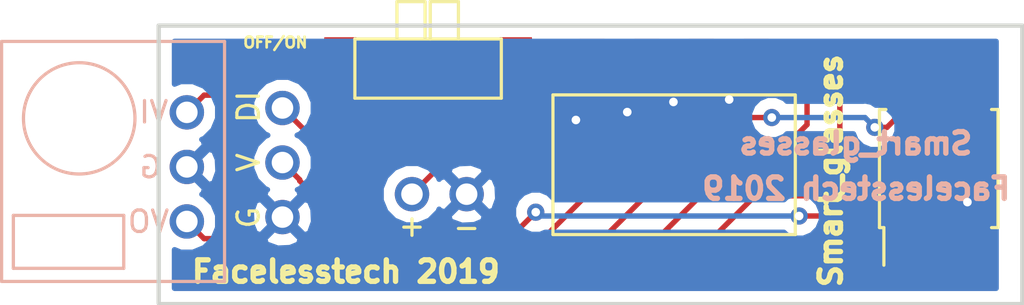
<source format=kicad_pcb>
(kicad_pcb (version 20171130) (host pcbnew 5.0.2+dfsg1-1~bpo9+1)

  (general
    (thickness 1.6)
    (drawings 9)
    (tracks 86)
    (zones 0)
    (modules 6)
    (nets 11)
  )

  (page A4)
  (layers
    (0 F.Cu signal)
    (31 B.Cu signal)
    (32 B.Adhes user)
    (33 F.Adhes user)
    (34 B.Paste user)
    (35 F.Paste user)
    (36 B.SilkS user)
    (37 F.SilkS user)
    (38 B.Mask user)
    (39 F.Mask user)
    (40 Dwgs.User user)
    (41 Cmts.User user)
    (42 Eco1.User user)
    (43 Eco2.User user)
    (44 Edge.Cuts user)
    (45 Margin user)
    (46 B.CrtYd user)
    (47 F.CrtYd user)
    (48 B.Fab user)
    (49 F.Fab user)
  )

  (setup
    (last_trace_width 0.25)
    (trace_clearance 0.2)
    (zone_clearance 0.508)
    (zone_45_only no)
    (trace_min 0.2)
    (segment_width 0.2)
    (edge_width 0.15)
    (via_size 0.8)
    (via_drill 0.4)
    (via_min_size 0.4)
    (via_min_drill 0.3)
    (uvia_size 0.3)
    (uvia_drill 0.1)
    (uvias_allowed no)
    (uvia_min_size 0.2)
    (uvia_min_drill 0.1)
    (pcb_text_width 0.3)
    (pcb_text_size 1.5 1.5)
    (mod_edge_width 0.15)
    (mod_text_size 1 1)
    (mod_text_width 0.15)
    (pad_size 1.524 1.524)
    (pad_drill 0.762)
    (pad_to_mask_clearance 0.051)
    (solder_mask_min_width 0.25)
    (aux_axis_origin 0 0)
    (visible_elements FFFFFF7F)
    (pcbplotparams
      (layerselection 0x010f0_ffffffff)
      (usegerberextensions false)
      (usegerberattributes false)
      (usegerberadvancedattributes false)
      (creategerberjobfile false)
      (excludeedgelayer true)
      (linewidth 0.100000)
      (plotframeref false)
      (viasonmask false)
      (mode 1)
      (useauxorigin false)
      (hpglpennumber 1)
      (hpglpenspeed 20)
      (hpglpendiameter 15.000000)
      (psnegative false)
      (psa4output false)
      (plotreference true)
      (plotvalue true)
      (plotinvisibletext false)
      (padsonsilk false)
      (subtractmaskfromsilk false)
      (outputformat 1)
      (mirror false)
      (drillshape 0)
      (scaleselection 1)
      (outputdirectory "gerbers/"))
  )

  (net 0 "")
  (net 1 "Net-(D1-Pad4)")
  (net 2 "Net-(D1-Pad1)")
  (net 3 "Net-(U1-Pad1)")
  (net 4 "Net-(U1-Pad2)")
  (net 5 "Net-(U1-Pad5)")
  (net 6 "Net-(U1-Pad6)")
  (net 7 "Net-(U1-Pad7)")
  (net 8 "Net-(SW1-Pad2)")
  (net 9 "Net-(D1-Pad3)")
  (net 10 "Net-(SW1-Pad1)")

  (net_class Default "This is the default net class."
    (clearance 0.2)
    (trace_width 0.25)
    (via_dia 0.8)
    (via_drill 0.4)
    (uvia_dia 0.3)
    (uvia_drill 0.1)
    (add_net "Net-(D1-Pad1)")
    (add_net "Net-(D1-Pad3)")
    (add_net "Net-(D1-Pad4)")
    (add_net "Net-(SW1-Pad1)")
    (add_net "Net-(SW1-Pad2)")
    (add_net "Net-(U1-Pad1)")
    (add_net "Net-(U1-Pad2)")
    (add_net "Net-(U1-Pad5)")
    (add_net "Net-(U1-Pad6)")
    (add_net "Net-(U1-Pad7)")
  )

  (module buttons_custom:4_pos_dip_smd (layer F.Cu) (tedit 5CB1EE63) (tstamp 5CBE7B33)
    (at 134.5946 78.2066)
    (path /5C851964)
    (fp_text reference U3 (at 0 1.1938) (layer F.SilkS) hide
      (effects (font (size 1 1) (thickness 0.15)))
    )
    (fp_text value 4_pos_dip_smd (at 0 -1.2192) (layer F.Fab) hide
      (effects (font (size 1 1) (thickness 0.15)))
    )
    (fp_line (start -5.6388 -3.2512) (end 5.6134 -3.2512) (layer F.SilkS) (width 0.15))
    (fp_line (start 5.6388 3.2512) (end -5.6388 3.2512) (layer F.SilkS) (width 0.15))
    (fp_line (start 5.6261 -3.2512) (end 5.6261 3.2512) (layer F.SilkS) (width 0.15))
    (fp_line (start -5.6388 -3.2512) (end -5.6388 3.2512) (layer F.SilkS) (width 0.15))
    (pad 1 smd rect (at -3.8227 -4.6101) (size 1.15 2.5) (layers F.Cu F.Paste F.Mask)
      (net 9 "Net-(D1-Pad3)"))
    (pad 2 smd rect (at -1.27 -4.6101) (size 1.15 2.5) (layers F.Cu F.Paste F.Mask)
      (net 9 "Net-(D1-Pad3)"))
    (pad 3 smd rect (at 1.26492 -4.6101) (size 1.15 2.5) (layers F.Cu F.Paste F.Mask)
      (net 9 "Net-(D1-Pad3)"))
    (pad 4 smd rect (at 3.80746 -4.6101) (size 1.15 2.5) (layers F.Cu F.Paste F.Mask)
      (net 9 "Net-(D1-Pad3)"))
    (pad 5 smd rect (at 3.80746 4.60756) (size 1.15 2.5) (layers F.Cu F.Paste F.Mask)
      (net 4 "Net-(U1-Pad2)"))
    (pad 6 smd rect (at 1.27 4.60756) (size 1.15 2.5) (layers F.Cu F.Paste F.Mask)
      (net 7 "Net-(U1-Pad7)"))
    (pad 7 smd rect (at -1.27 4.60756) (size 1.15 2.5) (layers F.Cu F.Paste F.Mask)
      (net 6 "Net-(U1-Pad6)"))
    (pad 8 smd rect (at -3.81 4.60756) (size 1.15 2.5) (layers F.Cu F.Paste F.Mask)
      (net 5 "Net-(U1-Pad5)"))
  )

  (module Package_SO:SOIJ-8_5.3x5.3mm_P1.27mm (layer F.Cu) (tedit 5CB1EE6E) (tstamp 5CBE7BFD)
    (at 146.8882 78.3844 90)
    (descr "8-Lead Plastic Small Outline (SM) - Medium, 5.28 mm Body [SOIC] (see Microchip Packaging Specification 00000049BS.pdf)")
    (tags "SOIC 1.27")
    (path /5C742839)
    (attr smd)
    (fp_text reference U1 (at 0 -3.68 90) (layer F.SilkS) hide
      (effects (font (size 1 1) (thickness 0.15)))
    )
    (fp_text value ATtiny85-20SU (at 0 3.68 90) (layer F.Fab) hide
      (effects (font (size 1 1) (thickness 0.15)))
    )
    (fp_text user %R (at 0 0 90) (layer F.Fab) hide
      (effects (font (size 1 1) (thickness 0.15)))
    )
    (fp_line (start -1.65 -2.65) (end 2.65 -2.65) (layer F.Fab) (width 0.15))
    (fp_line (start 2.65 -2.65) (end 2.65 2.65) (layer F.Fab) (width 0.15))
    (fp_line (start 2.65 2.65) (end -2.65 2.65) (layer F.Fab) (width 0.15))
    (fp_line (start -2.65 2.65) (end -2.65 -1.65) (layer F.Fab) (width 0.15))
    (fp_line (start -2.65 -1.65) (end -1.65 -2.65) (layer F.Fab) (width 0.15))
    (fp_line (start -4.75 -2.95) (end -4.75 2.95) (layer F.CrtYd) (width 0.05))
    (fp_line (start 4.75 -2.95) (end 4.75 2.95) (layer F.CrtYd) (width 0.05))
    (fp_line (start -4.75 -2.95) (end 4.75 -2.95) (layer F.CrtYd) (width 0.05))
    (fp_line (start -4.75 2.95) (end 4.75 2.95) (layer F.CrtYd) (width 0.05))
    (fp_line (start -2.75 -2.755) (end -2.75 -2.55) (layer F.SilkS) (width 0.15))
    (fp_line (start 2.75 -2.755) (end 2.75 -2.455) (layer F.SilkS) (width 0.15))
    (fp_line (start 2.75 2.755) (end 2.75 2.455) (layer F.SilkS) (width 0.15))
    (fp_line (start -2.75 2.755) (end -2.75 2.455) (layer F.SilkS) (width 0.15))
    (fp_line (start -2.75 -2.755) (end 2.75 -2.755) (layer F.SilkS) (width 0.15))
    (fp_line (start -2.75 2.755) (end 2.75 2.755) (layer F.SilkS) (width 0.15))
    (fp_line (start -2.75 -2.55) (end -4.5 -2.55) (layer F.SilkS) (width 0.15))
    (pad 1 smd rect (at -3.65 -1.905 90) (size 1.7 0.65) (layers F.Cu F.Paste F.Mask)
      (net 3 "Net-(U1-Pad1)"))
    (pad 2 smd rect (at -3.65 -0.635 90) (size 1.7 0.65) (layers F.Cu F.Paste F.Mask)
      (net 4 "Net-(U1-Pad2)"))
    (pad 3 smd rect (at -3.65 0.635 90) (size 1.7 0.65) (layers F.Cu F.Paste F.Mask)
      (net 1 "Net-(D1-Pad4)"))
    (pad 4 smd rect (at -3.65 1.905 90) (size 1.7 0.65) (layers F.Cu F.Paste F.Mask)
      (net 9 "Net-(D1-Pad3)"))
    (pad 5 smd rect (at 3.65 1.905 90) (size 1.7 0.65) (layers F.Cu F.Paste F.Mask)
      (net 5 "Net-(U1-Pad5)"))
    (pad 6 smd rect (at 3.65 0.635 90) (size 1.7 0.65) (layers F.Cu F.Paste F.Mask)
      (net 6 "Net-(U1-Pad6)"))
    (pad 7 smd rect (at 3.65 -0.635 90) (size 1.7 0.65) (layers F.Cu F.Paste F.Mask)
      (net 7 "Net-(U1-Pad7)"))
    (pad 8 smd rect (at 3.65 -1.905 90) (size 1.7 0.65) (layers F.Cu F.Paste F.Mask)
      (net 2 "Net-(D1-Pad1)"))
    (model ${KISYS3DMOD}/Package_SO.3dshapes/SOIJ-8_5.3x5.3mm_P1.27mm.wrl
      (at (xyz 0 0 0))
      (scale (xyz 1 1 1))
      (rotate (xyz 0 0 0))
    )
  )

  (module buttons_custom:tiny_smd_slide_switch_custom (layer F.Cu) (tedit 5CB1E580) (tstamp 5CBE6E81)
    (at 125.5014 75.1078 180)
    (path /5C7452BC)
    (fp_text reference SW1 (at 2.4003 -5.08 180) (layer F.SilkS) hide
      (effects (font (size 1 1) (thickness 0.15)))
    )
    (fp_text value SW_DIP_x01 (at 2.2352 -3.2639 180) (layer F.Fab) hide
      (effects (font (size 1 1) (thickness 0.15)))
    )
    (fp_line (start -1.0541 0) (end 5.7531 0) (layer F.SilkS) (width 0.15))
    (fp_line (start 5.7531 0) (end 5.7531 2.7559) (layer F.SilkS) (width 0.15))
    (fp_line (start -1.0541 0) (end -1.0541 2.7559) (layer F.SilkS) (width 0.15))
    (fp_line (start -1.0541 2.7559) (end 5.7531 2.7559) (layer F.SilkS) (width 0.15))
    (fp_line (start 2.4892 2.7686) (end 2.4892 4.4831) (layer F.SilkS) (width 0.15))
    (fp_line (start 2.4892 4.4958) (end 3.7973 4.4958) (layer F.SilkS) (width 0.15))
    (fp_line (start 3.7973 4.4958) (end 3.7973 2.7686) (layer F.SilkS) (width 0.15))
    (fp_line (start 2.2479 2.7559) (end 2.2479 4.4958) (layer F.SilkS) (width 0.15))
    (fp_line (start 2.2479 4.4958) (end 0.9398 4.4958) (layer F.SilkS) (width 0.15))
    (fp_line (start 0.9398 4.4958) (end 0.9398 2.7559) (layer F.SilkS) (width 0.15))
    (pad 1 smd rect (at 0 -1.0033 180) (size 0.8 2) (layers F.Cu F.Paste F.Mask)
      (net 10 "Net-(SW1-Pad1)"))
    (pad 3 smd rect (at 4.7117 -1.0033 180) (size 0.8 2) (layers F.Cu F.Paste F.Mask))
    (pad 2 smd rect (at 3.0099 -1.0033 180) (size 0.8 2) (layers F.Cu F.Paste F.Mask)
      (net 8 "Net-(SW1-Pad2)"))
    (pad 4 smd rect (at 6.4389 0.3302 270) (size 0.8 1.5) (layers F.Cu F.Paste F.Mask))
    (pad 4 smd rect (at 6.4262 2.4384 270) (size 0.8 1.5) (layers F.Cu F.Paste F.Mask))
    (pad 4 smd rect (at -1.7272 0.3175 270) (size 0.8 1.5) (layers F.Cu F.Paste F.Mask))
    (pad 4 smd rect (at -1.7272 2.4384 270) (size 0.8 1.5) (layers F.Cu F.Paste F.Mask))
  )

  (module battery_connector_custom:battery_connector_custom (layer F.Cu) (tedit 5CB1E4E5) (tstamp 5CCA3873)
    (at 123.6726 79.5782 180)
    (path /5CB227AF)
    (fp_text reference U4 (at 3.4925 0 270) (layer F.SilkS) hide
      (effects (font (size 1 1) (thickness 0.15)))
    )
    (fp_text value battery_custom (at -3.429 0 270) (layer F.Fab) hide
      (effects (font (size 1 1) (thickness 0.15)))
    )
    (fp_text user + (at 1.27 -1.4605 180) (layer F.SilkS)
      (effects (font (size 1 1) (thickness 0.15)))
    )
    (fp_text user - (at -1.27 -1.524 180) (layer F.SilkS)
      (effects (font (size 1 1) (thickness 0.15)))
    )
    (pad 1 thru_hole circle (at -1.27 0 180) (size 1.6 1.6) (drill 1) (layers *.Cu *.Mask)
      (net 9 "Net-(D1-Pad3)"))
    (pad 2 thru_hole circle (at 1.27 0 180) (size 1.6 1.6) (drill 1) (layers *.Cu *.Mask)
      (net 10 "Net-(SW1-Pad1)"))
  )

  (module power_bank_boards:Tiny_boost_custom (layer B.Cu) (tedit 5CB1EE7A) (tstamp 5CCA42B7)
    (at 108.5596 78.105 180)
    (path /5C74276D)
    (fp_text reference U2 (at 8.382 0 180) (layer B.SilkS) hide
      (effects (font (size 1 1) (thickness 0.15)) (justify mirror))
    )
    (fp_text value tiny_boost_custom (at -0.0254 7.2136 180) (layer B.Fab) hide
      (effects (font (size 1 1) (thickness 0.15)) (justify mirror))
    )
    (fp_line (start -5.1308 -5.5372) (end 5.2324 -5.5372) (layer B.SilkS) (width 0.15))
    (fp_line (start 5.2324 -5.5372) (end 5.2324 5.6388) (layer B.SilkS) (width 0.15))
    (fp_line (start 5.2324 5.6388) (end -5.1308 5.6388) (layer B.SilkS) (width 0.15))
    (fp_line (start -5.1308 5.6388) (end -5.1308 -5.5372) (layer B.SilkS) (width 0.15))
    (fp_circle (center 1.625103 2.0574) (end -0.965697 2.1082) (layer B.SilkS) (width 0.15))
    (fp_line (start -0.4445 -2.46126) (end 4.6863 -2.46126) (layer B.SilkS) (width 0.15))
    (fp_line (start 4.6863 -2.46126) (end 4.6863 -4.92506) (layer B.SilkS) (width 0.15))
    (fp_line (start 4.6863 -4.92506) (end -0.4445 -4.92506) (layer B.SilkS) (width 0.15))
    (fp_line (start -0.4445 -4.92506) (end -0.4445 -2.46126) (layer B.SilkS) (width 0.15))
    (fp_text user VI (at -1.83896 2.34188 180) (layer B.SilkS)
      (effects (font (size 1 1) (thickness 0.15)) (justify mirror))
    )
    (fp_text user VO (at -1.59512 -2.75336 180) (layer B.SilkS)
      (effects (font (size 1 1) (thickness 0.15)) (justify mirror))
    )
    (fp_text user G (at -1.69418 -0.21082 180) (layer B.SilkS)
      (effects (font (size 1 1) (thickness 0.15)) (justify mirror))
    )
    (pad 3 thru_hole circle (at -3.3782 -2.7432 180) (size 1.6 1.6) (drill 1) (layers *.Cu *.Mask)
      (net 2 "Net-(D1-Pad1)"))
    (pad 2 thru_hole circle (at -3.3782 -0.2032 180) (size 1.6 1.6) (drill 1) (layers *.Cu *.Mask)
      (net 9 "Net-(D1-Pad3)"))
    (pad 1 thru_hole circle (at -3.3782 2.3368 180) (size 1.6 1.6) (drill 1) (layers *.Cu *.Mask)
      (net 8 "Net-(SW1-Pad2)"))
  )

  (module LED_custom:ws2812_header_custom (layer F.Cu) (tedit 5CB1E8CA) (tstamp 5CCA4236)
    (at 116.3828 78.105 270)
    (path /5C7447A0)
    (fp_text reference D1 (at -0.00254 -2.19964 270) (layer F.SilkS) hide
      (effects (font (size 1 1) (thickness 0.15)))
    )
    (fp_text value WS2812B (at 0.00254 -4.36118 270) (layer F.Fab) hide
      (effects (font (size 1 1) (thickness 0.15)))
    )
    (fp_text user DI (at -2.5908 1.5748 270) (layer F.SilkS)
      (effects (font (size 1 1) (thickness 0.15)))
    )
    (fp_text user V (at 0 1.5748 270) (layer F.SilkS)
      (effects (font (size 1 1) (thickness 0.15)))
    )
    (fp_text user G (at 2.5654 1.5748 270) (layer F.SilkS)
      (effects (font (size 1 1) (thickness 0.15)))
    )
    (pad 4 thru_hole circle (at -2.54 0 270) (size 1.6 1.6) (drill 1) (layers *.Cu *.Mask)
      (net 1 "Net-(D1-Pad4)"))
    (pad 1 thru_hole circle (at 0 0 270) (size 1.6 1.6) (drill 1) (layers *.Cu *.Mask)
      (net 2 "Net-(D1-Pad1)"))
    (pad 3 thru_hole circle (at 2.54 0 270) (size 1.6 1.6) (drill 1) (layers *.Cu *.Mask)
      (net 9 "Net-(D1-Pad3)"))
  )

  (gr_line (start 110.6297 84.6709) (end 150.7871 84.6709) (layer Edge.Cuts) (width 0.15))
  (gr_line (start 110.6297 71.7296) (end 150.7744 71.7296) (layer Edge.Cuts) (width 0.2))
  (gr_text Smart_glasses (at 143.0274 77.216) (layer B.SilkS) (tstamp 5CCA4845)
    (effects (font (size 1 1) (thickness 0.25)) (justify mirror))
  )
  (gr_text "Facelesstech 2019" (at 143.0528 79.3242) (layer B.SilkS) (tstamp 5CCA4735)
    (effects (font (size 1 1) (thickness 0.25)) (justify mirror))
  )
  (gr_text Smart_glasses (at 141.8717 78.486 90) (layer F.SilkS)
    (effects (font (size 1 1) (thickness 0.25)))
  )
  (gr_text "Facelesstech 2019" (at 119.3292 83.185) (layer F.SilkS)
    (effects (font (size 1 1) (thickness 0.25)))
  )
  (gr_text OFF/ON (at 116.0526 72.517) (layer F.SilkS)
    (effects (font (size 0.5 0.5) (thickness 0.125)))
  )
  (gr_line (start 110.6297 84.6582) (end 110.6297 71.7296) (layer Edge.Cuts) (width 0.2))
  (gr_line (start 150.7744 71.7296) (end 150.7744 84.6582) (layer Edge.Cuts) (width 0.2))

  (via (at 140.3985 80.5942) (size 0.8) (drill 0.4) (layers F.Cu B.Cu) (net 1))
  (segment (start 147.5232 82.0344) (end 147.5232 81.5094) (width 0.25) (layer F.Cu) (net 1))
  (segment (start 147.5232 81.5094) (end 146.608 80.5942) (width 0.25) (layer F.Cu) (net 1))
  (segment (start 146.608 80.5942) (end 146.573002 80.5942) (width 0.25) (layer F.Cu) (net 1))
  (segment (start 146.573002 80.5942) (end 140.3985 80.5942) (width 0.25) (layer F.Cu) (net 1))
  (via (at 128.1557 80.4164) (size 0.8) (drill 0.4) (layers F.Cu B.Cu) (net 1))
  (segment (start 128.3335 80.5942) (end 128.1557 80.4164) (width 0.25) (layer B.Cu) (net 1))
  (segment (start 140.3985 80.5942) (end 128.3335 80.5942) (width 0.25) (layer B.Cu) (net 1))
  (segment (start 118.5926 77.7748) (end 116.3828 75.565) (width 0.25) (layer F.Cu) (net 1))
  (segment (start 128.1557 80.4164) (end 126.9111 81.661) (width 0.25) (layer F.Cu) (net 1))
  (segment (start 120.9802 81.661) (end 118.5926 79.2734) (width 0.25) (layer F.Cu) (net 1))
  (segment (start 126.9111 81.661) (end 120.9802 81.661) (width 0.25) (layer F.Cu) (net 1))
  (segment (start 118.5926 79.2734) (end 118.5926 77.7748) (width 0.25) (layer F.Cu) (net 1))
  (segment (start 111.9378 80.8482) (end 112.737799 81.648199) (width 0.25) (layer F.Cu) (net 2))
  (segment (start 112.737799 81.648199) (end 113.906199 81.648199) (width 0.25) (layer F.Cu) (net 2))
  (segment (start 113.906199 81.648199) (end 114.6048 82.3468) (width 0.25) (layer F.Cu) (net 2))
  (segment (start 117.182799 78.955799) (end 120.5738 82.3468) (width 0.25) (layer F.Cu) (net 2))
  (segment (start 117.182799 78.904999) (end 117.182799 78.955799) (width 0.25) (layer F.Cu) (net 2))
  (segment (start 116.3828 78.105) (end 117.182799 78.904999) (width 0.25) (layer F.Cu) (net 2))
  (segment (start 114.6048 82.3468) (end 120.5738 82.3468) (width 0.25) (layer F.Cu) (net 2))
  (segment (start 120.5738 82.3468) (end 127.8001 82.3468) (width 0.25) (layer F.Cu) (net 2))
  (via (at 139.1285 76.0095) (size 0.8) (drill 0.4) (layers F.Cu B.Cu) (net 2))
  (segment (start 134.1374 76.0095) (end 139.1285 76.0095) (width 0.25) (layer F.Cu) (net 2))
  (segment (start 127.8001 82.3468) (end 134.1374 76.0095) (width 0.25) (layer F.Cu) (net 2))
  (via (at 143.9164 76.4667) (size 0.8) (drill 0.4) (layers F.Cu B.Cu) (net 2))
  (segment (start 143.4592 76.0095) (end 143.9164 76.4667) (width 0.25) (layer B.Cu) (net 2))
  (segment (start 139.1285 76.0095) (end 143.4592 76.0095) (width 0.25) (layer B.Cu) (net 2))
  (segment (start 144.9832 75.8344) (end 144.9832 74.7344) (width 0.25) (layer F.Cu) (net 2))
  (segment (start 144.9832 75.965585) (end 144.9832 75.8344) (width 0.25) (layer F.Cu) (net 2))
  (segment (start 144.482085 76.4667) (end 144.9832 75.965585) (width 0.25) (layer F.Cu) (net 2))
  (segment (start 143.9164 76.4667) (end 144.482085 76.4667) (width 0.25) (layer F.Cu) (net 2))
  (segment (start 138.40206 82.81416) (end 143.02486 82.81416) (width 0.25) (layer F.Cu) (net 4))
  (segment (start 143.02486 82.81416) (end 144.1069 83.8962) (width 0.25) (layer F.Cu) (net 4))
  (segment (start 144.1069 83.8962) (end 145.8468 83.8962) (width 0.25) (layer F.Cu) (net 4))
  (segment (start 146.2532 83.4898) (end 146.2532 82.0344) (width 0.25) (layer F.Cu) (net 4))
  (segment (start 145.8468 83.8962) (end 146.2532 83.4898) (width 0.25) (layer F.Cu) (net 4))
  (segment (start 148.7932 73.6344) (end 147.6631 72.5043) (width 0.25) (layer F.Cu) (net 5))
  (segment (start 148.7932 74.7344) (end 148.7932 73.6344) (width 0.25) (layer F.Cu) (net 5))
  (segment (start 147.6631 72.5043) (end 143.383 72.5043) (width 0.25) (layer F.Cu) (net 5))
  (segment (start 143.383 72.5043) (end 140.7668 75.1205) (width 0.25) (layer F.Cu) (net 5))
  (segment (start 140.7668 75.1205) (end 140.7668 76.3397) (width 0.25) (layer F.Cu) (net 5))
  (segment (start 140.7668 76.3397) (end 139.3825 77.724) (width 0.25) (layer F.Cu) (net 5))
  (segment (start 135.19976 77.724) (end 130.7846 82.13916) (width 0.25) (layer F.Cu) (net 5))
  (segment (start 130.7846 82.13916) (end 130.7846 82.81416) (width 0.25) (layer F.Cu) (net 5))
  (segment (start 139.3825 77.724) (end 135.19976 77.724) (width 0.25) (layer F.Cu) (net 5))
  (segment (start 147.5232 73.6344) (end 147.0789 73.1901) (width 0.25) (layer F.Cu) (net 6))
  (segment (start 147.5232 74.7344) (end 147.5232 73.6344) (width 0.25) (layer F.Cu) (net 6))
  (segment (start 147.0789 73.1901) (end 144.0053 73.1901) (width 0.25) (layer F.Cu) (net 6))
  (segment (start 144.0053 73.1901) (end 142.2908 74.9046) (width 0.25) (layer F.Cu) (net 6))
  (segment (start 142.2908 74.9046) (end 142.2908 76.962) (width 0.25) (layer F.Cu) (net 6))
  (segment (start 142.2908 76.962) (end 140.5509 78.7019) (width 0.25) (layer F.Cu) (net 6))
  (segment (start 133.3246 82.13916) (end 133.3246 82.81416) (width 0.25) (layer F.Cu) (net 6))
  (segment (start 136.76186 78.7019) (end 133.3246 82.13916) (width 0.25) (layer F.Cu) (net 6))
  (segment (start 140.5509 78.7019) (end 136.76186 78.7019) (width 0.25) (layer F.Cu) (net 6))
  (segment (start 146.2532 75.8344) (end 142.4332 79.6544) (width 0.25) (layer F.Cu) (net 7))
  (segment (start 146.2532 74.7344) (end 146.2532 75.8344) (width 0.25) (layer F.Cu) (net 7))
  (segment (start 135.8646 82.13916) (end 135.8646 82.81416) (width 0.25) (layer F.Cu) (net 7))
  (segment (start 138.34936 79.6544) (end 135.8646 82.13916) (width 0.25) (layer F.Cu) (net 7))
  (segment (start 142.4332 79.6544) (end 138.34936 79.6544) (width 0.25) (layer F.Cu) (net 7))
  (segment (start 122.1867 76.8731) (end 122.1867 76.2731) (width 0.25) (layer F.Cu) (net 8))
  (segment (start 112.737799 74.968201) (end 113.575999 74.968201) (width 0.25) (layer F.Cu) (net 8))
  (segment (start 111.9378 75.7682) (end 112.737799 74.968201) (width 0.25) (layer F.Cu) (net 8))
  (segment (start 113.575999 74.968201) (end 114.8588 73.6854) (width 0.25) (layer F.Cu) (net 8))
  (segment (start 114.8588 73.6854) (end 121.8438 73.6854) (width 0.25) (layer F.Cu) (net 8))
  (segment (start 122.4915 74.3331) (end 122.4915 76.1111) (width 0.25) (layer F.Cu) (net 8))
  (segment (start 121.8438 73.6854) (end 122.4915 74.3331) (width 0.25) (layer F.Cu) (net 8))
  (via (at 148.2217 79.9465) (size 0.8) (drill 0.4) (layers F.Cu B.Cu) (net 9))
  (segment (start 148.7932 80.518) (end 148.2217 79.9465) (width 0.25) (layer F.Cu) (net 9))
  (segment (start 148.7932 82.0344) (end 148.7932 80.518) (width 0.25) (layer F.Cu) (net 9))
  (via (at 130.0226 76.1238) (size 0.8) (drill 0.4) (layers F.Cu B.Cu) (net 9))
  (segment (start 130.7719 75.3745) (end 130.0226 76.1238) (width 0.25) (layer F.Cu) (net 9))
  (segment (start 130.7719 73.5965) (end 130.7719 75.3745) (width 0.25) (layer F.Cu) (net 9))
  (segment (start 132.4102 75.1859) (end 132.4102 75.7555) (width 0.25) (layer F.Cu) (net 9))
  (segment (start 133.3246 74.2715) (end 132.4102 75.1859) (width 0.25) (layer F.Cu) (net 9))
  (via (at 132.4102 75.7555) (size 0.8) (drill 0.4) (layers F.Cu B.Cu) (net 9))
  (segment (start 133.3246 73.5965) (end 133.3246 74.2715) (width 0.25) (layer F.Cu) (net 9))
  (segment (start 132.810199 75.355501) (end 134.105599 75.355501) (width 0.25) (layer B.Cu) (net 9))
  (segment (start 132.4102 75.7555) (end 132.810199 75.355501) (width 0.25) (layer B.Cu) (net 9))
  (segment (start 135.85952 73.98148) (end 134.5565 75.2845) (width 0.25) (layer F.Cu) (net 9))
  (via (at 134.5565 75.2845) (size 0.8) (drill 0.4) (layers F.Cu B.Cu) (net 9))
  (segment (start 135.85952 73.5965) (end 135.85952 73.98148) (width 0.25) (layer F.Cu) (net 9))
  (via (at 137.1473 75.1713) (size 0.8) (drill 0.4) (layers F.Cu B.Cu) (net 9))
  (segment (start 138.40206 73.91654) (end 137.1473 75.1713) (width 0.25) (layer F.Cu) (net 9))
  (segment (start 138.40206 73.5965) (end 138.40206 73.91654) (width 0.25) (layer F.Cu) (net 9))
  (segment (start 125.5014 76.4794) (end 125.5014 76.1111) (width 0.25) (layer F.Cu) (net 10))
  (segment (start 122.4026 79.5782) (end 125.5014 76.4794) (width 0.25) (layer F.Cu) (net 10))

  (zone (net 9) (net_name "Net-(D1-Pad3)") (layer B.Cu) (tstamp 5CCA4960) (hatch edge 0.508)
    (connect_pads (clearance 0.508))
    (min_thickness 0.254)
    (fill yes (arc_segments 16) (thermal_gap 0.508) (thermal_bridge_width 0.508))
    (polygon
      (pts
        (xy 110.744 71.882) (xy 149.6822 71.882) (xy 149.6822 84.5312) (xy 110.744 84.5312)
      )
    )
    (filled_polygon
      (pts
        (xy 149.5552 83.9609) (xy 111.3647 83.9609) (xy 111.3647 82.164047) (xy 111.652361 82.2832) (xy 112.223239 82.2832)
        (xy 112.750662 82.064734) (xy 113.154334 81.661062) (xy 113.157779 81.652745) (xy 115.554661 81.652745) (xy 115.628795 81.898864)
        (xy 116.166023 82.091965) (xy 116.736254 82.064778) (xy 117.136805 81.898864) (xy 117.210939 81.652745) (xy 116.3828 80.824605)
        (xy 115.554661 81.652745) (xy 113.157779 81.652745) (xy 113.3728 81.133639) (xy 113.3728 80.562761) (xy 113.317073 80.428223)
        (xy 114.935835 80.428223) (xy 114.963022 80.998454) (xy 115.128936 81.399005) (xy 115.375055 81.473139) (xy 116.203195 80.645)
        (xy 116.562405 80.645) (xy 117.390545 81.473139) (xy 117.636664 81.399005) (xy 117.829765 80.861777) (xy 117.802578 80.291546)
        (xy 117.636664 79.890995) (xy 117.390545 79.816861) (xy 116.562405 80.645) (xy 116.203195 80.645) (xy 115.375055 79.816861)
        (xy 115.128936 79.890995) (xy 114.935835 80.428223) (xy 113.317073 80.428223) (xy 113.154334 80.035338) (xy 112.750662 79.631666)
        (xy 112.637217 79.584675) (xy 112.691805 79.562064) (xy 112.765939 79.315945) (xy 111.9378 78.487805) (xy 111.923658 78.501948)
        (xy 111.744053 78.322343) (xy 111.758195 78.3082) (xy 112.117405 78.3082) (xy 112.945545 79.136339) (xy 113.191664 79.062205)
        (xy 113.384765 78.524977) (xy 113.357578 77.954746) (xy 113.191664 77.554195) (xy 112.945545 77.480061) (xy 112.117405 78.3082)
        (xy 111.758195 78.3082) (xy 111.744053 78.294058) (xy 111.923658 78.114452) (xy 111.9378 78.128595) (xy 112.765939 77.300455)
        (xy 112.691805 77.054336) (xy 112.633352 77.033326) (xy 112.750662 76.984734) (xy 113.154334 76.581062) (xy 113.3728 76.053639)
        (xy 113.3728 75.482761) (xy 113.288632 75.279561) (xy 114.9478 75.279561) (xy 114.9478 75.850439) (xy 115.166266 76.377862)
        (xy 115.569938 76.781534) (xy 115.699016 76.835) (xy 115.569938 76.888466) (xy 115.166266 77.292138) (xy 114.9478 77.819561)
        (xy 114.9478 78.390439) (xy 115.166266 78.917862) (xy 115.569938 79.321534) (xy 115.683383 79.368525) (xy 115.628795 79.391136)
        (xy 115.554661 79.637255) (xy 116.3828 80.465395) (xy 117.210939 79.637255) (xy 117.136805 79.391136) (xy 117.078352 79.370126)
        (xy 117.195662 79.321534) (xy 117.224435 79.292761) (xy 120.9676 79.292761) (xy 120.9676 79.863639) (xy 121.186066 80.391062)
        (xy 121.589738 80.794734) (xy 122.117161 81.0132) (xy 122.688039 81.0132) (xy 123.215462 80.794734) (xy 123.424251 80.585945)
        (xy 124.114461 80.585945) (xy 124.188595 80.832064) (xy 124.725823 81.025165) (xy 125.296054 80.997978) (xy 125.696605 80.832064)
        (xy 125.770739 80.585945) (xy 124.9426 79.757805) (xy 124.114461 80.585945) (xy 123.424251 80.585945) (xy 123.619134 80.391062)
        (xy 123.666125 80.277617) (xy 123.688736 80.332205) (xy 123.934855 80.406339) (xy 124.762995 79.5782) (xy 125.122205 79.5782)
        (xy 125.950345 80.406339) (xy 126.196464 80.332205) (xy 126.2402 80.210526) (xy 127.1207 80.210526) (xy 127.1207 80.622274)
        (xy 127.278269 81.00268) (xy 127.56942 81.293831) (xy 127.949826 81.4514) (xy 128.361574 81.4514) (xy 128.596236 81.3542)
        (xy 139.694789 81.3542) (xy 139.81222 81.471631) (xy 140.192626 81.6292) (xy 140.604374 81.6292) (xy 140.98478 81.471631)
        (xy 141.275931 81.18048) (xy 141.4335 80.800074) (xy 141.4335 80.388326) (xy 141.275931 80.00792) (xy 140.98478 79.716769)
        (xy 140.604374 79.5592) (xy 140.192626 79.5592) (xy 139.81222 79.716769) (xy 139.694789 79.8342) (xy 129.034821 79.8342)
        (xy 129.033131 79.83012) (xy 128.74198 79.538969) (xy 128.361574 79.3814) (xy 127.949826 79.3814) (xy 127.56942 79.538969)
        (xy 127.278269 79.83012) (xy 127.1207 80.210526) (xy 126.2402 80.210526) (xy 126.389565 79.794977) (xy 126.362378 79.224746)
        (xy 126.196464 78.824195) (xy 125.950345 78.750061) (xy 125.122205 79.5782) (xy 124.762995 79.5782) (xy 123.934855 78.750061)
        (xy 123.688736 78.824195) (xy 123.667726 78.882648) (xy 123.619134 78.765338) (xy 123.424251 78.570455) (xy 124.114461 78.570455)
        (xy 124.9426 79.398595) (xy 125.770739 78.570455) (xy 125.696605 78.324336) (xy 125.159377 78.131235) (xy 124.589146 78.158422)
        (xy 124.188595 78.324336) (xy 124.114461 78.570455) (xy 123.424251 78.570455) (xy 123.215462 78.361666) (xy 122.688039 78.1432)
        (xy 122.117161 78.1432) (xy 121.589738 78.361666) (xy 121.186066 78.765338) (xy 120.9676 79.292761) (xy 117.224435 79.292761)
        (xy 117.599334 78.917862) (xy 117.8178 78.390439) (xy 117.8178 77.819561) (xy 117.599334 77.292138) (xy 117.195662 76.888466)
        (xy 117.066584 76.835) (xy 117.195662 76.781534) (xy 117.599334 76.377862) (xy 117.8178 75.850439) (xy 117.8178 75.803626)
        (xy 138.0935 75.803626) (xy 138.0935 76.215374) (xy 138.251069 76.59578) (xy 138.54222 76.886931) (xy 138.922626 77.0445)
        (xy 139.334374 77.0445) (xy 139.71478 76.886931) (xy 139.832211 76.7695) (xy 142.921548 76.7695) (xy 143.038969 77.05298)
        (xy 143.33012 77.344131) (xy 143.710526 77.5017) (xy 144.122274 77.5017) (xy 144.50268 77.344131) (xy 144.793831 77.05298)
        (xy 144.9514 76.672574) (xy 144.9514 76.260826) (xy 144.793831 75.88042) (xy 144.50268 75.589269) (xy 144.122274 75.4317)
        (xy 143.962424 75.4317) (xy 143.755737 75.293596) (xy 143.534052 75.2495) (xy 143.534047 75.2495) (xy 143.4592 75.234612)
        (xy 143.384353 75.2495) (xy 139.832211 75.2495) (xy 139.71478 75.132069) (xy 139.334374 74.9745) (xy 138.922626 74.9745)
        (xy 138.54222 75.132069) (xy 138.251069 75.42322) (xy 138.0935 75.803626) (xy 117.8178 75.803626) (xy 117.8178 75.279561)
        (xy 117.599334 74.752138) (xy 117.195662 74.348466) (xy 116.668239 74.13) (xy 116.097361 74.13) (xy 115.569938 74.348466)
        (xy 115.166266 74.752138) (xy 114.9478 75.279561) (xy 113.288632 75.279561) (xy 113.154334 74.955338) (xy 112.750662 74.551666)
        (xy 112.223239 74.3332) (xy 111.652361 74.3332) (xy 111.3647 74.452353) (xy 111.3647 72.4646) (xy 149.5552 72.4646)
      )
    )
  )
)

</source>
